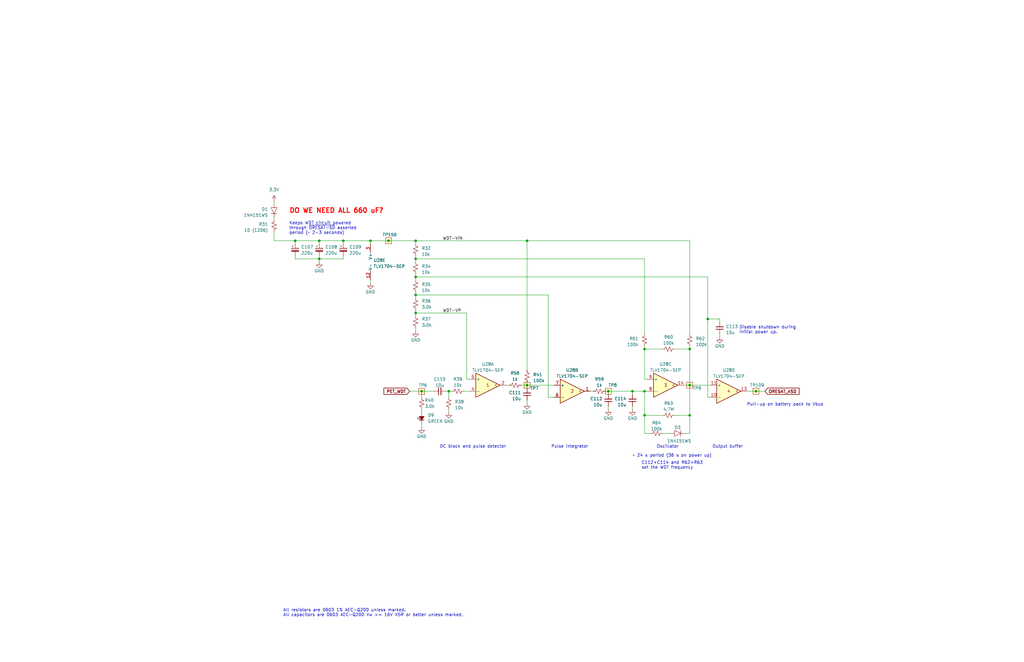
<source format=kicad_sch>
(kicad_sch (version 20230121) (generator eeschema)
  (paper "B")
  (title_block (title "OreSat C3: Watchdog Circuit") (date "2023-05-29") (rev "6.1"))
  (lib_symbols
    (symbol "Device:C_Polarized_Small" (pin_numbers hide) (pin_names (offset 0.254) hide)
      (property "Reference" "C" (at 0.254 1.778 0))
      (property "Value" "C_Polarized_Small" (at 0.254 -2.032 0))
      (symbol "C_Polarized_Small_0_1"
        (rectangle (start -1.524 -0.3048) (end 1.524 -0.6858) (fill (type outline)))
        (rectangle (start -1.524 0.6858) (end 1.524 0.3048))
        (polyline (pts (xy -1.27 1.524) (xy -0.762 1.524)))
        (polyline (pts (xy -1.016 1.27) (xy -1.016 1.778)))
      )
      (symbol "C_Polarized_Small_1_1"
        (pin passive line (at 0 2.54 270) (length 1.8542) (name "~") (number "1"))
        (pin passive line (at 0 -2.54 90) (length 1.8542) (name "~") (number "2"))
      )
    )
    (symbol "Device:C_Small" (pin_numbers hide) (pin_names (offset 0.254) hide)
      (property "Reference" "C" (at 0.254 1.778 0))
      (property "Value" "C_Small" (at 0.254 -2.032 0))
      (symbol "C_Small_0_1"
        (polyline (pts (xy -1.524 -0.508) (xy 1.524 -0.508)) (stroke (width 0.3302)))
        (polyline (pts (xy -1.524 0.508) (xy 1.524 0.508)) (stroke (width 0.3048)))
      )
      (symbol "C_Small_1_1"
        (pin passive line (at 0 2.54 270) (length 2.032) (name "~") (number "1"))
        (pin passive line (at 0 -2.54 90) (length 2.032) (name "~") (number "2"))
      )
    )
    (symbol "Device:LED_Small_Filled" (pin_numbers hide) (pin_names (offset 0.254) hide)
      (property "Reference" "D" (at -1.27 3.175 0))
      (property "Value" "LED_Small_Filled" (at -4.445 -2.54 0))
      (symbol "LED_Small_Filled_0_1"
        (polyline (pts (xy -0.762 -1.016) (xy -0.762 1.016)) (stroke (width 0.254)))
        (polyline (pts (xy 1.016 0) (xy -0.762 0)))
        (polyline (pts (xy 0.762 -1.016) (xy -0.762 0) (xy 0.762 1.016) (xy 0.762 -1.016)) (stroke (width 0.254)) (fill (type outline)))
        (polyline (pts (xy 0 0.762) (xy -0.508 1.27) (xy -0.254 1.27) (xy -0.508 1.27) (xy -0.508 1.016)))
        (polyline (pts (xy 0.508 1.27) (xy 0 1.778) (xy 0.254 1.778) (xy 0 1.778) (xy 0 1.524)))
      )
      (symbol "LED_Small_Filled_1_1"
        (pin passive line (at -2.54 0 0) (length 1.778) (name "K") (number "1"))
        (pin passive line (at 2.54 0 180) (length 1.778) (name "A") (number "2"))
      )
    )
    (symbol "Device:R_Small_US" (pin_numbers hide) (pin_names (offset 0.254) hide)
      (property "Reference" "R" (at 0.762 0.508 0))
      (property "Value" "R_Small_US" (at 0.762 -1.016 0))
      (symbol "R_Small_US_1_1"
        (polyline (pts (xy 0 0) (xy 1.016 -0.381) (xy 0 -0.762) (xy -1.016 -1.143) (xy 0 -1.524)))
        (polyline (pts (xy 0 1.524) (xy 1.016 1.143) (xy 0 0.762) (xy -1.016 0.381) (xy 0 0)))
        (pin passive line (at 0 2.54 270) (length 1.016) (name "~") (number "1"))
        (pin passive line (at 0 -2.54 90) (length 1.016) (name "~") (number "2"))
      )
    )
    (symbol "TLV1704AIPWR_1" (pin_names (offset 0.127))
      (property "Reference" "U" (at 0 5.08 0))
      (property "Value" "TLV1704AIPWR" (at 0 -5.08 0))
      (symbol "TLV1704AIPWR_1_1_1"
        (polyline (pts (xy 3.048 0) (xy 3.81 -0.635)))
        (polyline (pts (xy 3.81 0.635) (xy 3.048 0)))
        (polyline (pts (xy -5.08 5.08) (xy 5.08 0) (xy -5.08 -5.08) (xy -5.08 5.08)) (stroke (width 0.254)) (fill (type background)))
        (text "1" (at 0 0 0) (effects (font (size 1.27 1.27))))
        (pin open_collector line (at 7.62 0 180) (length 2.54) (name "~") (number "2"))
        (pin input line (at -7.62 -2.54 0) (length 2.54) (name "-") (number "4"))
        (pin input line (at -7.62 2.54 0) (length 2.54) (name "+") (number "5"))
      )
      (symbol "TLV1704AIPWR_1_2_1"
        (polyline (pts (xy 3.048 0) (xy 3.81 -0.635)))
        (polyline (pts (xy 3.81 0.635) (xy 3.048 0)))
        (polyline (pts (xy -5.08 5.08) (xy 5.08 0) (xy -5.08 -5.08) (xy -5.08 5.08)) (stroke (width 0.254)) (fill (type background)))
        (text "2" (at 0 0 0) (effects (font (size 1.27 1.27))))
        (pin open_collector line (at 7.62 0 180) (length 2.54) (name "~") (number "1"))
        (pin input line (at -7.62 -2.54 0) (length 2.54) (name "-") (number "6"))
        (pin input line (at -7.62 2.54 0) (length 2.54) (name "+") (number "7"))
      )
      (symbol "TLV1704AIPWR_1_3_1"
        (polyline (pts (xy 3.048 0) (xy 3.81 -0.635)))
        (polyline (pts (xy 3.81 0.635) (xy 3.048 0)))
        (polyline (pts (xy -5.08 5.08) (xy 5.08 0) (xy -5.08 -5.08) (xy -5.08 5.08)) (stroke (width 0.254)) (fill (type background)))
        (text "3" (at 0 0 0) (effects (font (size 1.27 1.27))))
        (pin open_collector line (at 7.62 0 180) (length 2.54) (name "~") (number "14"))
        (pin input line (at -7.62 -2.54 0) (length 2.54) (name "-") (number "8"))
        (pin input line (at -7.62 2.54 0) (length 2.54) (name "+") (number "9"))
      )
      (symbol "TLV1704AIPWR_1_4_1"
        (polyline (pts (xy 3.048 0) (xy 3.81 -0.635)))
        (polyline (pts (xy 3.81 0.635) (xy 3.048 0)))
        (polyline (pts (xy -5.08 5.08) (xy 5.08 0) (xy -5.08 -5.08) (xy -5.08 5.08)) (stroke (width 0.254)) (fill (type background)))
        (text "4" (at 0 0 0) (effects (font (size 1.27 1.27))))
        (pin input line (at -7.62 -2.54 0) (length 2.54) (name "-") (number "10"))
        (pin input line (at -7.62 2.54 0) (length 2.54) (name "+") (number "11"))
        (pin open_collector line (at 7.62 0 180) (length 2.54) (name "~") (number "13"))
      )
      (symbol "TLV1704AIPWR_1_5_1"
        (pin power_in line (at -2.54 -7.62 90) (length 3.81) (name "V-") (number "12"))
        (pin power_in line (at -2.54 7.62 270) (length 3.81) (name "V+") (number "3"))
      )
    )
    (symbol "TLV1704AIPWR_2" (pin_names (offset 0.127))
      (property "Reference" "U" (at 0 5.08 0))
      (property "Value" "TLV1704AIPWR" (at 0 -5.08 0))
      (symbol "TLV1704AIPWR_2_1_1"
        (polyline (pts (xy 3.048 0) (xy 3.81 -0.635)))
        (polyline (pts (xy 3.81 0.635) (xy 3.048 0)))
        (polyline (pts (xy -5.08 5.08) (xy 5.08 0) (xy -5.08 -5.08) (xy -5.08 5.08)) (stroke (width 0.254)) (fill (type background)))
        (text "1" (at 0 0 0) (effects (font (size 1.27 1.27))))
        (pin open_collector line (at 7.62 0 180) (length 2.54) (name "~") (number "2"))
        (pin input line (at -7.62 -2.54 0) (length 2.54) (name "-") (number "4"))
        (pin input line (at -7.62 2.54 0) (length 2.54) (name "+") (number "5"))
      )
      (symbol "TLV1704AIPWR_2_2_1"
        (polyline (pts (xy 3.048 0) (xy 3.81 -0.635)))
        (polyline (pts (xy 3.81 0.635) (xy 3.048 0)))
        (polyline (pts (xy -5.08 5.08) (xy 5.08 0) (xy -5.08 -5.08) (xy -5.08 5.08)) (stroke (width 0.254)) (fill (type background)))
        (text "2" (at 0 0 0) (effects (font (size 1.27 1.27))))
        (pin open_collector line (at 7.62 0 180) (length 2.54) (name "~") (number "1"))
        (pin input line (at -7.62 -2.54 0) (length 2.54) (name "-") (number "6"))
        (pin input line (at -7.62 2.54 0) (length 2.54) (name "+") (number "7"))
      )
      (symbol "TLV1704AIPWR_2_3_1"
        (polyline (pts (xy 3.048 0) (xy 3.81 -0.635)))
        (polyline (pts (xy 3.81 0.635) (xy 3.048 0)))
        (polyline (pts (xy -5.08 5.08) (xy 5.08 0) (xy -5.08 -5.08) (xy -5.08 5.08)) (stroke (width 0.254)) (fill (type background)))
        (text "3" (at 0 0 0) (effects (font (size 1.27 1.27))))
        (pin open_collector line (at 7.62 0 180) (length 2.54) (name "~") (number "14"))
        (pin input line (at -7.62 -2.54 0) (length 2.54) (name "-") (number "8"))
        (pin input line (at -7.62 2.54 0) (length 2.54) (name "+") (number "9"))
      )
      (symbol "TLV1704AIPWR_2_4_1"
        (polyline (pts (xy 3.048 0) (xy 3.81 -0.635)))
        (polyline (pts (xy 3.81 0.635) (xy 3.048 0)))
        (polyline (pts (xy -5.08 5.08) (xy 5.08 0) (xy -5.08 -5.08) (xy -5.08 5.08)) (stroke (width 0.254)) (fill (type background)))
        (text "4" (at 0 0 0) (effects (font (size 1.27 1.27))))
        (pin input line (at -7.62 -2.54 0) (length 2.54) (name "-") (number "10"))
        (pin input line (at -7.62 2.54 0) (length 2.54) (name "+") (number "11"))
        (pin open_collector line (at 7.62 0 180) (length 2.54) (name "~") (number "13"))
      )
      (symbol "TLV1704AIPWR_2_5_1"
        (pin power_in line (at -2.54 -7.62 90) (length 3.81) (name "V-") (number "12"))
        (pin power_in line (at -2.54 7.62 270) (length 3.81) (name "V+") (number "3"))
      )
    )
    (symbol "TLV1704AIPWR_3" (pin_names (offset 0.127))
      (property "Reference" "U" (at 0 5.08 0))
      (property "Value" "TLV1704AIPWR" (at 0 -5.08 0))
      (symbol "TLV1704AIPWR_3_1_1"
        (polyline (pts (xy 3.048 0) (xy 3.81 -0.635)))
        (polyline (pts (xy 3.81 0.635) (xy 3.048 0)))
        (polyline (pts (xy -5.08 5.08) (xy 5.08 0) (xy -5.08 -5.08) (xy -5.08 5.08)) (stroke (width 0.254)) (fill (type background)))
        (text "1" (at 0 0 0) (effects (font (size 1.27 1.27))))
        (pin open_collector line (at 7.62 0 180) (length 2.54) (name "~") (number "2"))
        (pin input line (at -7.62 -2.54 0) (length 2.54) (name "-") (number "4"))
        (pin input line (at -7.62 2.54 0) (length 2.54) (name "+") (number "5"))
      )
      (symbol "TLV1704AIPWR_3_2_1"
        (polyline (pts (xy 3.048 0) (xy 3.81 -0.635)))
        (polyline (pts (xy 3.81 0.635) (xy 3.048 0)))
        (polyline (pts (xy -5.08 5.08) (xy 5.08 0) (xy -5.08 -5.08) (xy -5.08 5.08)) (stroke (width 0.254)) (fill (type background)))
        (text "2" (at 0 0 0) (effects (font (size 1.27 1.27))))
        (pin open_collector line (at 7.62 0 180) (length 2.54) (name "~") (number "1"))
        (pin input line (at -7.62 -2.54 0) (length 2.54) (name "-") (number "6"))
        (pin input line (at -7.62 2.54 0) (length 2.54) (name "+") (number "7"))
      )
      (symbol "TLV1704AIPWR_3_3_1"
        (polyline (pts (xy 3.048 0) (xy 3.81 -0.635)))
        (polyline (pts (xy 3.81 0.635) (xy 3.048 0)))
        (polyline (pts (xy -5.08 5.08) (xy 5.08 0) (xy -5.08 -5.08) (xy -5.08 5.08)) (stroke (width 0.254)) (fill (type background)))
        (text "3" (at 0 0 0) (effects (font (size 1.27 1.27))))
        (pin open_collector line (at 7.62 0 180) (length 2.54) (name "~") (number "14"))
        (pin input line (at -7.62 -2.54 0) (length 2.54) (name "-") (number "8"))
        (pin input line (at -7.62 2.54 0) (length 2.54) (name "+") (number "9"))
      )
      (symbol "TLV1704AIPWR_3_4_1"
        (polyline (pts (xy 3.048 0) (xy 3.81 -0.635)))
        (polyline (pts (xy 3.81 0.635) (xy 3.048 0)))
        (polyline (pts (xy -5.08 5.08) (xy 5.08 0) (xy -5.08 -5.08) (xy -5.08 5.08)) (stroke (width 0.254)) (fill (type background)))
        (text "4" (at 0 0 0) (effects (font (size 1.27 1.27))))
        (pin input line (at -7.62 -2.54 0) (length 2.54) (name "-") (number "10"))
        (pin input line (at -7.62 2.54 0) (length 2.54) (name "+") (number "11"))
        (pin open_collector line (at 7.62 0 180) (length 2.54) (name "~") (number "13"))
      )
      (symbol "TLV1704AIPWR_3_5_1"
        (pin power_in line (at -2.54 -7.62 90) (length 3.81) (name "V-") (number "12"))
        (pin power_in line (at -2.54 7.62 270) (length 3.81) (name "V+") (number "3"))
      )
    )
    (symbol "TLV1704AIPWR_4" (pin_names (offset 0.127))
      (property "Reference" "U" (at 0 5.08 0))
      (property "Value" "TLV1704AIPWR" (at 0 -5.08 0))
      (symbol "TLV1704AIPWR_4_1_1"
        (polyline (pts (xy 3.048 0) (xy 3.81 -0.635)))
        (polyline (pts (xy 3.81 0.635) (xy 3.048 0)))
        (polyline (pts (xy -5.08 5.08) (xy 5.08 0) (xy -5.08 -5.08) (xy -5.08 5.08)) (stroke (width 0.254)) (fill (type background)))
        (text "1" (at 0 0 0) (effects (font (size 1.27 1.27))))
        (pin open_collector line (at 7.62 0 180) (length 2.54) (name "~") (number "2"))
        (pin input line (at -7.62 -2.54 0) (length 2.54) (name "-") (number "4"))
        (pin input line (at -7.62 2.54 0) (length 2.54) (name "+") (number "5"))
      )
      (symbol "TLV1704AIPWR_4_2_1"
        (polyline (pts (xy 3.048 0) (xy 3.81 -0.635)))
        (polyline (pts (xy 3.81 0.635) (xy 3.048 0)))
        (polyline (pts (xy -5.08 5.08) (xy 5.08 0) (xy -5.08 -5.08) (xy -5.08 5.08)) (stroke (width 0.254)) (fill (type background)))
        (text "2" (at 0 0 0) (effects (font (size 1.27 1.27))))
        (pin open_collector line (at 7.62 0 180) (length 2.54) (name "~") (number "1"))
        (pin input line (at -7.62 -2.54 0) (length 2.54) (name "-") (number "6"))
        (pin input line (at -7.62 2.54 0) (length 2.54) (name "+") (number "7"))
      )
      (symbol "TLV1704AIPWR_4_3_1"
        (polyline (pts (xy 3.048 0) (xy 3.81 -0.635)))
        (polyline (pts (xy 3.81 0.635) (xy 3.048 0)))
        (polyline (pts (xy -5.08 5.08) (xy 5.08 0) (xy -5.08 -5.08) (xy -5.08 5.08)) (stroke (width 0.254)) (fill (type background)))
        (text "3" (at 0 0 0) (effects (font (size 1.27 1.27))))
        (pin open_collector line (at 7.62 0 180) (length 2.54) (name "~") (number "14"))
        (pin input line (at -7.62 -2.54 0) (length 2.54) (name "-") (number "8"))
        (pin input line (at -7.62 2.54 0) (length 2.54) (name "+") (number "9"))
      )
      (symbol "TLV1704AIPWR_4_4_1"
        (polyline (pts (xy 3.048 0) (xy 3.81 -0.635)))
        (polyline (pts (xy 3.81 0.635) (xy 3.048 0)))
        (polyline (pts (xy -5.08 5.08) (xy 5.08 0) (xy -5.08 -5.08) (xy -5.08 5.08)) (stroke (width 0.254)) (fill (type background)))
        (text "4" (at 0 0 0) (effects (font (size 1.27 1.27))))
        (pin input line (at -7.62 -2.54 0) (length 2.54) (name "-") (number "10"))
        (pin input line (at -7.62 2.54 0) (length 2.54) (name "+") (number "11"))
        (pin open_collector line (at 7.62 0 180) (length 2.54) (name "~") (number "13"))
      )
      (symbol "TLV1704AIPWR_4_5_1"
        (pin power_in line (at -2.54 -7.62 90) (length 3.81) (name "V-") (number "12"))
        (pin power_in line (at -2.54 7.62 270) (length 3.81) (name "V+") (number "3"))
      )
    )
    (symbol "oresat-diodes:1N4151WS-HE3" (pin_numbers hide) (pin_names (offset 0) hide)
      (property "Reference" "D" (at 0 2.54 0))
      (property "Value" "1N4151WS" (at 0 -2.54 0))
      (symbol "1N4151WS-HE3_0_1"
        (polyline (pts (xy 1.27 0) (xy 1.27 1.27) (xy 1.27 -1.27) (xy 1.27 0) (xy -1.27 1.27) (xy -1.27 -1.27) (xy 1.27 0)))
      )
      (symbol "1N4151WS-HE3_1_1"
        (pin passive line (at 2.54 0 180) (length 1.27) (name "1") (number "1"))
        (pin passive line (at -2.54 0 0) (length 1.27) (name "2") (number "2"))
      )
    )
    (symbol "oresat-ics:TLV1704AIPWR" (pin_names (offset 0.127))
      (property "Reference" "U" (at 0 5.08 0))
      (property "Value" "TLV1704AIPWR" (at 0 -5.08 0))
      (symbol "TLV1704AIPWR_1_1"
        (polyline (pts (xy 3.048 0) (xy 3.81 -0.635)))
        (polyline (pts (xy 3.81 0.635) (xy 3.048 0)))
        (polyline (pts (xy -5.08 5.08) (xy 5.08 0) (xy -5.08 -5.08) (xy -5.08 5.08)) (stroke (width 0.254)) (fill (type background)))
        (text "1" (at 0 0 0) (effects (font (size 1.27 1.27))))
        (pin open_collector line (at 7.62 0 180) (length 2.54) (name "~") (number "2"))
        (pin input line (at -7.62 -2.54 0) (length 2.54) (name "-") (number "4"))
        (pin input line (at -7.62 2.54 0) (length 2.54) (name "+") (number "5"))
      )
      (symbol "TLV1704AIPWR_2_1"
        (polyline (pts (xy 3.048 0) (xy 3.81 -0.635)))
        (polyline (pts (xy 3.81 0.635) (xy 3.048 0)))
        (polyline (pts (xy -5.08 5.08) (xy 5.08 0) (xy -5.08 -5.08) (xy -5.08 5.08)) (stroke (width 0.254)) (fill (type background)))
        (text "2" (at 0 0 0) (effects (font (size 1.27 1.27))))
        (pin open_collector line (at 7.62 0 180) (length 2.54) (name "~") (number "1"))
        (pin input line (at -7.62 -2.54 0) (length 2.54) (name "-") (number "6"))
        (pin input line (at -7.62 2.54 0) (length 2.54) (name "+") (number "7"))
      )
      (symbol "TLV1704AIPWR_3_1"
        (polyline (pts (xy 3.048 0) (xy 3.81 -0.635)))
        (polyline (pts (xy 3.81 0.635) (xy 3.048 0)))
        (polyline (pts (xy -5.08 5.08) (xy 5.08 0) (xy -5.08 -5.08) (xy -5.08 5.08)) (stroke (width 0.254)) (fill (type background)))
        (text "3" (at 0 0 0) (effects (font (size 1.27 1.27))))
        (pin open_collector line (at 7.62 0 180) (length 2.54) (name "~") (number "14"))
        (pin input line (at -7.62 -2.54 0) (length 2.54) (name "-") (number "8"))
        (pin input line (at -7.62 2.54 0) (length 2.54) (name "+") (number "9"))
      )
      (symbol "TLV1704AIPWR_4_1"
        (polyline (pts (xy 3.048 0) (xy 3.81 -0.635)))
        (polyline (pts (xy 3.81 0.635) (xy 3.048 0)))
        (polyline (pts (xy -5.08 5.08) (xy 5.08 0) (xy -5.08 -5.08) (xy -5.08 5.08)) (stroke (width 0.254)) (fill (type background)))
        (text "4" (at 0 0 0) (effects (font (size 1.27 1.27))))
        (pin input line (at -7.62 -2.54 0) (length 2.54) (name "-") (number "10"))
        (pin input line (at -7.62 2.54 0) (length 2.54) (name "+") (number "11"))
        (pin open_collector line (at 7.62 0 180) (length 2.54) (name "~") (number "13"))
      )
      (symbol "TLV1704AIPWR_5_1"
        (pin power_in line (at -2.54 -7.62 90) (length 3.81) (name "V-") (number "12"))
        (pin power_in line (at -2.54 7.62 270) (length 3.81) (name "V+") (number "3"))
      )
    )
    (symbol "oresat-misc:Test-Point-0.75mm-th"
      (property "Reference" "TP" (at 0 2.54 0))
      (symbol "Test-Point-0.75mm-th_1_0"
        (pin passive line (at 0 0 0) (length 0) (name "1") (number "1"))
      )
      (symbol "Test-Point-0.75mm-th_1_1"
        (rectangle (start -1.27 1.27) (end 1.27 -1.27) (fill (type background)))
      )
    )
    (symbol "oresat-power:3.3V" (power) (pin_names (offset 0))
      (property "Value" "3.3V" (at 0 3.556 0))
      (symbol "3.3V_0_1"
        (polyline (pts (xy -0.762 1.27) (xy 0 2.54)))
        (polyline (pts (xy 0 0) (xy 0 2.54)))
        (polyline (pts (xy 0 2.54) (xy 0.762 1.27)))
      )
      (symbol "3.3V_1_1"
        (pin power_in line (at 0 0 90) (length 0) hide (name "3.3V") (number "1"))
      )
    )
    (symbol "power:GND" (power) (pin_names (offset 0))
      (property "Value" "GND" (at 0 -3.81 0))
      (symbol "GND_0_1"
        (polyline (pts (xy 0 0) (xy 0 -1.27) (xy 1.27 -1.27) (xy 0 -2.54) (xy -1.27 -1.27) (xy 0 -1.27)))
      )
      (symbol "GND_1_1"
        (pin power_in line (at 0 0 270) (length 0) hide (name "GND") (number "1"))
      )
    )
  )
  (junction (at 134.62 109.22))
  (junction (at 256.54 165.1))
  (junction (at 271.78 175.26))
  (junction (at 175.26 109.22))
  (junction (at 175.26 101.6))
  (junction (at 222.25 101.6))
  (junction (at 189.23 165.1))
  (junction (at 134.62 101.6))
  (junction (at 156.21 101.6))
  (junction (at 175.26 124.46))
  (junction (at 290.83 175.26))
  (junction (at 144.78 101.6))
  (junction (at 163.83 101.6))
  (junction (at 318.77 165.1))
  (junction (at 298.45 134.62))
  (junction (at 271.78 147.32))
  (junction (at 175.26 132.08))
  (junction (at 290.83 162.56))
  (junction (at 177.8 165.1))
  (junction (at 266.7 165.1))
  (junction (at 175.26 116.84))
  (junction (at 271.78 165.1))
  (junction (at 290.83 147.32))
  (junction (at 222.25 162.56))
  (junction (at 124.46 101.6))
  (wire (pts (xy 175.26 102.87) (xy 175.26 101.6)))
  (wire (pts (xy 175.26 115.57) (xy 175.26 116.84)))
  (wire (pts (xy 187.96 165.1) (xy 189.23 165.1)))
  (wire (pts (xy 298.45 134.62) (xy 303.53 134.62)))
  (wire (pts (xy 222.25 101.6) (xy 290.83 101.6)))
  (wire (pts (xy 222.25 101.6) (xy 222.25 156.21)))
  (wire (pts (xy 175.26 109.22) (xy 175.26 110.49)))
  (wire (pts (xy 175.26 132.08) (xy 196.85 132.08)))
  (wire (pts (xy 290.83 146.05) (xy 290.83 147.32)))
  (wire (pts (xy 134.62 109.22) (xy 134.62 110.49)))
  (wire (pts (xy 134.62 109.22) (xy 124.46 109.22)))
  (wire (pts (xy 284.48 175.26) (xy 290.83 175.26)))
  (wire (pts (xy 256.54 165.1) (xy 256.54 166.37)))
  (wire (pts (xy 177.8 180.34) (xy 177.8 179.07)))
  (wire (pts (xy 175.26 124.46) (xy 175.26 125.73)))
  (wire (pts (xy 177.8 167.64) (xy 177.8 165.1)))
  (wire (pts (xy 124.46 107.95) (xy 124.46 109.22)))
  (wire (pts (xy 219.71 162.56) (xy 222.25 162.56)))
  (wire (pts (xy 256.54 165.1) (xy 266.7 165.1)))
  (wire (pts (xy 303.53 135.89) (xy 303.53 134.62)))
  (wire (pts (xy 134.62 107.95) (xy 134.62 109.22)))
  (wire (pts (xy 266.7 166.37) (xy 266.7 165.1)))
  (wire (pts (xy 271.78 182.88) (xy 274.32 182.88)))
  (wire (pts (xy 115.57 97.79) (xy 115.57 101.6)))
  (wire (pts (xy 175.26 132.08) (xy 175.26 133.35)))
  (wire (pts (xy 288.29 162.56) (xy 290.83 162.56)))
  (wire (pts (xy 115.57 101.6) (xy 124.46 101.6)))
  (wire (pts (xy 177.8 165.1) (xy 182.88 165.1)))
  (wire (pts (xy 298.45 134.62) (xy 298.45 167.64)))
  (wire (pts (xy 255.27 165.1) (xy 256.54 165.1)))
  (wire (pts (xy 196.85 160.02) (xy 198.12 160.02)))
  (wire (pts (xy 273.05 160.02) (xy 271.78 160.02)))
  (wire (pts (xy 222.25 162.56) (xy 233.68 162.56)))
  (wire (pts (xy 124.46 101.6) (xy 134.62 101.6)))
  (wire (pts (xy 271.78 146.05) (xy 271.78 147.32)))
  (wire (pts (xy 256.54 172.72) (xy 256.54 171.45)))
  (wire (pts (xy 175.26 107.95) (xy 175.26 109.22)))
  (wire (pts (xy 124.46 101.6) (xy 124.46 102.87)))
  (wire (pts (xy 271.78 182.88) (xy 271.78 175.26)))
  (wire (pts (xy 290.83 182.88) (xy 290.83 175.26)))
  (wire (pts (xy 222.25 162.56) (xy 222.25 163.83)))
  (wire (pts (xy 172.72 165.1) (xy 177.8 165.1)))
  (wire (pts (xy 156.21 101.6) (xy 163.83 101.6)))
  (wire (pts (xy 175.26 138.43) (xy 175.26 139.7)))
  (wire (pts (xy 298.45 167.64) (xy 299.72 167.64)))
  (wire (pts (xy 271.78 140.97) (xy 271.78 109.22)))
  (wire (pts (xy 266.7 172.72) (xy 266.7 171.45)))
  (wire (pts (xy 134.62 101.6) (xy 144.78 101.6)))
  (wire (pts (xy 175.26 124.46) (xy 231.14 124.46)))
  (wire (pts (xy 163.83 101.6) (xy 175.26 101.6)))
  (wire (pts (xy 231.14 167.64) (xy 233.68 167.64)))
  (wire (pts (xy 290.83 140.97) (xy 290.83 101.6)))
  (wire (pts (xy 298.45 116.84) (xy 298.45 134.62)))
  (wire (pts (xy 189.23 172.72) (xy 189.23 173.99)))
  (wire (pts (xy 231.14 124.46) (xy 231.14 167.64)))
  (wire (pts (xy 175.26 109.22) (xy 271.78 109.22)))
  (wire (pts (xy 222.25 101.6) (xy 175.26 101.6)))
  (wire (pts (xy 144.78 101.6) (xy 156.21 101.6)))
  (wire (pts (xy 290.83 162.56) (xy 299.72 162.56)))
  (wire (pts (xy 189.23 165.1) (xy 190.5 165.1)))
  (wire (pts (xy 195.58 165.1) (xy 198.12 165.1)))
  (wire (pts (xy 156.21 102.87) (xy 156.21 101.6)))
  (wire (pts (xy 222.25 162.56) (xy 222.25 161.29)))
  (wire (pts (xy 156.21 119.38) (xy 156.21 118.11)))
  (wire (pts (xy 144.78 102.87) (xy 144.78 101.6)))
  (wire (pts (xy 213.36 162.56) (xy 214.63 162.56)))
  (wire (pts (xy 266.7 165.1) (xy 271.78 165.1)))
  (wire (pts (xy 196.85 132.08) (xy 196.85 160.02)))
  (wire (pts (xy 248.92 165.1) (xy 250.19 165.1)))
  (wire (pts (xy 314.96 165.1) (xy 318.77 165.1)))
  (wire (pts (xy 271.78 147.32) (xy 279.4 147.32)))
  (wire (pts (xy 288.29 182.88) (xy 290.83 182.88)))
  (wire (pts (xy 175.26 130.81) (xy 175.26 132.08)))
  (wire (pts (xy 318.77 165.1) (xy 322.58 165.1)))
  (wire (pts (xy 271.78 165.1) (xy 273.05 165.1)))
  (wire (pts (xy 303.53 142.24) (xy 303.53 140.97)))
  (wire (pts (xy 290.83 175.26) (xy 290.83 162.56)))
  (wire (pts (xy 189.23 165.1) (xy 189.23 167.64)))
  (wire (pts (xy 115.57 85.09) (xy 115.57 86.36)))
  (wire (pts (xy 271.78 175.26) (xy 271.78 165.1)))
  (wire (pts (xy 115.57 91.44) (xy 115.57 92.71)))
  (wire (pts (xy 279.4 182.88) (xy 283.21 182.88)))
  (wire (pts (xy 175.26 116.84) (xy 175.26 118.11)))
  (wire (pts (xy 271.78 160.02) (xy 271.78 147.32)))
  (wire (pts (xy 175.26 123.19) (xy 175.26 124.46)))
  (wire (pts (xy 279.4 175.26) (xy 271.78 175.26)))
  (wire (pts (xy 290.83 147.32) (xy 290.83 162.56)))
  (wire (pts (xy 144.78 107.95) (xy 144.78 109.22)))
  (wire (pts (xy 284.48 147.32) (xy 290.83 147.32)))
  (wire (pts (xy 134.62 109.22) (xy 144.78 109.22)))
  (wire (pts (xy 177.8 172.72) (xy 177.8 173.99)))
  (wire (pts (xy 134.62 101.6) (xy 134.62 102.87)))
  (wire (pts (xy 222.25 170.18) (xy 222.25 168.91)))
  (wire (pts (xy 175.26 116.84) (xy 298.45 116.84)))
  (text "Pulse integrator" (at 232.41 189.23 0) (effects (font (size 1.27 1.27)) (justify left bottom)))
  (text "Oscillator" (at 276.86 189.23 0) (effects (font (size 1.27 1.27)) (justify left bottom)))
  (text "C112+C114 and R62+R63 \nset the WDT frequency" (at 270.51 198.12 0) (effects (font (size 1.27 1.27)) (justify left bottom)))
  (text "DC block and pulse detector" (at 185.42 189.23 0) (effects (font (size 1.27 1.27)) (justify left bottom)))
  (text "Output buffer" (at 300.355 189.23 0) (effects (font (size 1.27 1.27)) (justify left bottom)))
  (text "Pull-up on battery pack to Vbus" (at 314.96 171.45 0) (effects (font (size 1.27 1.27)) (justify left bottom)))
  (text "DO WE NEED ALL 660 uF?" (at 121.92 90.17 0) (effects (font (size 2 2) (thickness 0.4) bold) (justify left bottom)))
  (text "All resistors are 0603 1% AEC-Q200 unless marked.\nAll capacitors are 0603 AEC-Q200 Vw >= 16V X5R or better unless marked." (at 119.38 260.35 0) (effects (font (size 1.27 1.27)) (justify left bottom)))
  (text "Disable shutdown during\ninitial power up." (at 311.785 140.97 0) (effects (font (size 1.27 1.27)) (justify left bottom)))
  (text "Keeps WDT circuit powered\nthrough ~{ORESAT-SD} asserted\nperiod (~ 2-3 seconds)" (at 121.92 99.06 0) (effects (font (size 1.27 1.27)) (justify left bottom)))
  (text "~ 24 s period (36 s on power up)" (at 266.7 193.04 0) (effects (font (size 1.27 1.27)) (justify left bottom)))
  (label "WDT-VP" (at 186.69 132.08 0))
  (label "WDT-VIN" (at 186.69 101.6 0))
  (global_label "PET_WDT" (shape input) (at 172.72 165.1 180) (effects (font (thickness 0.254) bold)) (property "Intersheetrefs" "${INTERSHEET_REFS}" (at 161.3426 165.1 0) (effects (justify right))))
  (global_label "ORESAT_nSD" (shape input) (at 322.58 165.1 0) (effects (font (thickness 0.254) bold)) (property "Intersheetrefs" "${INTERSHEET_REFS}" (at 337.5255 165.1 0) (effects (justify left))))
  (symbol (lib_id "power:GND") (at 177.8 180.34 0) (unit 1)
    (property "Reference" "#PWR0264" (effects hide))
    (property "Value" "GND" (at 177.8 184.15 0))
  )
  (symbol (lib_id "Device:R_Small_US") (at 276.86 182.88 270) (unit 1)
    (property "Reference" "R64" (at 276.86 178.435 90))
    (property "Value" "100k" (at 276.86 180.975 90))
    (property "Footprint" "Resistor_SMD:R_0603_1608Metric" (effects hide))
  )
  (symbol (lib_id "Device:R_Small_US") (at 175.26 120.65 0) (unit 1)
    (property "Reference" "R35" (at 177.8 120.015 0) (effects (justify left)))
    (property "Value" "10k" (at 177.8 122.555 0) (effects (justify left)))
    (property "Footprint" "Resistor_SMD:R_0603_1608Metric" (effects hide))
  )
  (symbol (lib_name "TLV1704AIPWR_2") (lib_id "oresat-ics:TLV1704AIPWR") (at 280.67 162.56 0) (unit 3)
    (property "Reference" "U28" (at 280.67 153.67 0))
    (property "Value" "TLV1704-SEP" (at 280.67 156.21 0))
    (property "Footprint" "Package_SO:TSSOP-14_4.4x5mm_P0.65mm" (effects hide))
    (property "Datasheet" "https://www.ti.com/lit/ds/symlink/tlv1704-sep.pdf" (effects hide))
  )
  (symbol (lib_id "Device:R_Small_US") (at 217.17 162.56 90) (unit 1)
    (property "Reference" "R58" (at 217.17 157.48 90))
    (property "Value" "1k" (at 217.17 160.02 90))
    (property "Footprint" "Resistor_SMD:R_0603_1608Metric" (effects hide))
  )
  (symbol (lib_id "power:GND") (at 134.62 110.49 0) (unit 1)
    (property "Reference" "#PWR0267" (effects hide))
    (property "Value" "GND" (at 134.62 114.3 0))
  )
  (symbol (lib_id "Device:R_Small_US") (at 175.26 128.27 0) (unit 1)
    (property "Reference" "R36" (at 177.8 127 0) (effects (justify left)))
    (property "Value" "3.0k" (at 177.8 129.54 0) (effects (justify left)))
    (property "Footprint" "Resistor_SMD:R_0603_1608Metric" (effects hide))
  )
  (symbol (lib_id "power:GND") (at 189.23 173.99 0) (unit 1)
    (property "Reference" "#PWR0269" (effects hide))
    (property "Value" "GND" (at 189.23 177.8 0))
  )
  (symbol (lib_id "power:GND") (at 156.21 119.38 0) (mirror y) (unit 1)
    (property "Reference" "#PWR0263" (effects hide))
    (property "Value" "GND" (at 156.21 123.19 0))
  )
  (symbol (lib_id "Device:R_Small_US") (at 281.94 175.26 270) (unit 1)
    (property "Reference" "R63" (at 281.94 170.18 90))
    (property "Value" "4.7M" (at 281.94 172.72 90))
    (property "Footprint" "Resistor_SMD:R_0603_1608Metric" (effects hide))
  )
  (symbol (lib_id "power:GND") (at 175.26 139.7 0) (unit 1)
    (property "Reference" "#PWR0265" (effects hide))
    (property "Value" "GND" (at 175.26 143.51 0))
  )
  (symbol (lib_id "oresat-misc:Test-Point-0.75mm-th") (at 318.77 165.1 0) (unit 1)
    (property "Reference" "TP109" (at 316.23 162.56 0) (effects (justify left)))
    (property "Value" "TestPoint-MinTH" (effects hide))
    (property "Footprint" "oresat-misc:TestPoint-0.75mm-th" (effects hide))
  )
  (symbol (lib_name "TLV1704AIPWR_4") (lib_id "oresat-ics:TLV1704AIPWR") (at 241.3 165.1 0) (unit 2)
    (property "Reference" "U28" (at 241.3 156.21 0))
    (property "Value" "TLV1704-SEP" (at 241.3 158.75 0))
    (property "Footprint" "Package_SO:TSSOP-14_4.4x5mm_P0.65mm" (effects hide))
    (property "Datasheet" "https://www.ti.com/lit/ds/symlink/tlv1704-sep.pdf" (effects hide))
  )
  (symbol (lib_id "Device:R_Small_US") (at 222.25 158.75 0) (unit 1)
    (property "Reference" "R41" (at 224.79 158.115 0) (effects (justify left)))
    (property "Value" "100k" (at 224.79 160.655 0) (effects (justify left)))
    (property "Footprint" "Resistor_SMD:R_0603_1608Metric" (effects hide))
  )
  (symbol (lib_id "oresat-misc:Test-Point-0.75mm-th") (at 290.83 162.56 0) (unit 1)
    (property "Reference" "TP9" (at 292.1 163.83 0) (effects (justify left)))
    (property "Value" "TestPoint-MinTH" (effects hide))
    (property "Footprint" "oresat-misc:TestPoint-0.75mm-th" (effects hide))
  )
  (symbol (lib_id "Device:C_Small") (at 303.53 138.43 180) (unit 1)
    (property "Reference" "C113" (at 306.07 137.7886 0) (effects (justify right)))
    (property "Value" "10u" (at 306.07 140.3286 0) (effects (justify right)))
    (property "Footprint" "Capacitor_SMD:C_0603_1608Metric" (effects hide))
  )
  (symbol (lib_id "Device:R_Small_US") (at 193.04 165.1 90) (unit 1)
    (property "Reference" "R39" (at 193.04 160.02 90))
    (property "Value" "10k" (at 193.04 162.56 90))
    (property "Footprint" "Resistor_SMD:R_0603_1608Metric" (effects hide))
  )
  (symbol (lib_id "oresat-diodes:1N4151WS-HE3") (at 115.57 88.9 90) (mirror x) (unit 1)
    (property "Reference" "D1" (at 113.03 88.265 90) (effects (justify left)))
    (property "Value" "1N4151WS" (at 113.03 90.805 90) (effects (justify left)))
    (property "Footprint" "Diode_SMD:D_SOD-323" (effects hide))
    (property "Datasheet" "https://www.vishay.com/docs/85847/1n4151ws.pdf" (effects hide))
  )
  (symbol (lib_id "Device:C_Polarized_Small") (at 144.78 105.41 0) (unit 1)
    (property "Reference" "C109" (at 147.32 104.2289 0) (effects (justify left)))
    (property "Value" "220u" (at 147.32 106.7689 0) (effects (justify left)))
    (property "Footprint" "Capacitor_Tantalum_SMD:CP_EIA-7343-31_Kemet-D" (effects hide))
  )
  (symbol (lib_id "oresat-diodes:1N4151WS-HE3") (at 285.75 182.88 0) (unit 1)
    (property "Reference" "D3" (at 285.75 180.34 0))
    (property "Value" "1N4151WS" (at 286.385 186.055 0))
    (property "Footprint" "Diode_SMD:D_SOD-323" (effects hide))
    (property "Datasheet" "https://www.vishay.com/docs/85847/1n4151ws.pdf" (effects hide))
  )
  (symbol (lib_id "Device:C_Polarized_Small") (at 124.46 105.41 0) (unit 1)
    (property "Reference" "C107" (at 127 104.2289 0) (effects (justify left)))
    (property "Value" "220u" (at 127 106.7689 0) (effects (justify left)))
    (property "Footprint" "Capacitor_Tantalum_SMD:CP_EIA-7343-31_Kemet-D" (effects hide))
  )
  (symbol (lib_id "Device:R_Small_US") (at 252.73 165.1 90) (unit 1)
    (property "Reference" "R59" (at 252.73 160.02 90))
    (property "Value" "1k" (at 252.73 162.56 90))
    (property "Footprint" "Resistor_SMD:R_0603_1608Metric" (effects hide))
  )
  (symbol (lib_id "Device:C_Small") (at 222.25 166.37 0) (mirror x) (unit 1)
    (property "Reference" "C111" (at 219.71 165.7286 0) (effects (justify right)))
    (property "Value" "10u" (at 219.71 168.2686 0) (effects (justify right)))
    (property "Footprint" "Capacitor_SMD:C_0603_1608Metric" (effects hide))
  )
  (symbol (lib_id "Device:R_Small_US") (at 175.26 113.03 0) (unit 1)
    (property "Reference" "R34" (at 177.8 112.395 0) (effects (justify left)))
    (property "Value" "10k" (at 177.8 114.935 0) (effects (justify left)))
    (property "Footprint" "Resistor_SMD:R_0603_1608Metric" (effects hide))
  )
  (symbol (lib_id "Device:R_Small_US") (at 175.26 105.41 0) (unit 1)
    (property "Reference" "R32" (at 177.8 104.775 0) (effects (justify left)))
    (property "Value" "10k" (at 177.8 107.315 0) (effects (justify left)))
    (property "Footprint" "Resistor_SMD:R_0603_1608Metric" (effects hide))
  )
  (symbol (lib_id "oresat-misc:Test-Point-0.75mm-th") (at 163.83 101.6 0) (unit 1)
    (property "Reference" "TP150" (at 161.29 99.06 0) (effects (justify left)))
    (property "Value" "TestPoint-MinTH" (effects hide))
    (property "Footprint" "oresat-misc:TestPoint-0.75mm-th" (effects hide))
  )
  (symbol (lib_id "Device:R_Small_US") (at 281.94 147.32 90) (unit 1)
    (property "Reference" "R60" (at 281.94 142.24 90))
    (property "Value" "100k" (at 281.94 144.78 90))
    (property "Footprint" "Resistor_SMD:R_0603_1608Metric" (effects hide))
  )
  (symbol (lib_id "power:GND") (at 256.54 172.72 0) (mirror y) (unit 1)
    (property "Reference" "#PWR0271" (effects hide))
    (property "Value" "GND" (at 256.54 176.53 0))
  )
  (symbol (lib_id "oresat-misc:Test-Point-0.75mm-th") (at 256.54 165.1 0) (unit 1)
    (property "Reference" "TP8" (at 256.54 162.56 0) (effects (justify left)))
    (property "Value" "TestPoint-MinTH" (effects hide))
    (property "Footprint" "oresat-misc:TestPoint-0.75mm-th" (effects hide))
  )
  (symbol (lib_id "oresat-ics:TLV1704AIPWR") (at 158.75 110.49 0) (unit 5)
    (property "Reference" "U28" (at 157.48 109.855 0) (effects (justify left)))
    (property "Value" "TLV1704-SEP" (at 157.48 112.395 0) (effects (justify left)))
    (property "Footprint" "Package_SO:TSSOP-14_4.4x5mm_P0.65mm" (effects hide))
    (property "Datasheet" "https://www.ti.com/lit/ds/symlink/tlv1704-sep.pdf" (effects hide))
  )
  (symbol (lib_id "Device:C_Small") (at 266.7 168.91 0) (mirror x) (unit 1)
    (property "Reference" "C114" (at 264.16 168.2686 0) (effects (justify right)))
    (property "Value" "10u" (at 264.16 170.8086 0) (effects (justify right)))
    (property "Footprint" "Capacitor_SMD:C_0603_1608Metric" (effects hide))
  )
  (symbol (lib_id "power:GND") (at 303.53 142.24 0) (mirror y) (unit 1)
    (property "Reference" "#PWR0266" (effects hide))
    (property "Value" "GND" (at 303.53 146.05 0))
  )
  (symbol (lib_id "Device:R_Small_US") (at 177.8 170.18 0) (unit 1)
    (property "Reference" "R40" (at 179.07 168.91 0) (effects (justify left)))
    (property "Value" "3.0k" (at 179.07 171.45 0) (effects (justify left)))
    (property "Footprint" "Resistor_SMD:R_0603_1608Metric" (effects hide))
  )
  (symbol (lib_id "Device:R_Small_US") (at 175.26 135.89 0) (unit 1)
    (property "Reference" "R37" (at 177.8 134.62 0) (effects (justify left)))
    (property "Value" "3.0k" (at 177.8 137.16 0) (effects (justify left)))
    (property "Footprint" "Resistor_SMD:R_0603_1608Metric" (effects hide))
  )
  (symbol (lib_id "power:GND") (at 266.7 172.72 0) (mirror y) (unit 1)
    (property "Reference" "#PWR0270" (effects hide))
    (property "Value" "GND" (at 266.7 176.53 0))
  )
  (symbol (lib_id "Device:C_Small") (at 256.54 168.91 0) (mirror x) (unit 1)
    (property "Reference" "C112" (at 254 168.2686 0) (effects (justify right)))
    (property "Value" "10u" (at 254 170.8086 0) (effects (justify right)))
    (property "Footprint" "Capacitor_SMD:C_0603_1608Metric" (effects hide))
  )
  (symbol (lib_id "Device:R_Small_US") (at 115.57 95.25 0) (mirror y) (unit 1)
    (property "Reference" "R31" (at 113.03 94.615 0) (effects (justify left)))
    (property "Value" "10 (1206)" (at 113.03 97.155 0) (effects (justify left)))
    (property "Footprint" "Resistor_SMD:R_1206_3216Metric" (effects hide))
  )
  (symbol (lib_id "Device:C_Small") (at 185.42 165.1 90) (unit 1)
    (property "Reference" "C110" (at 185.4263 160.02 90))
    (property "Value" "10u" (at 185.4263 162.56 90))
    (property "Footprint" "Capacitor_SMD:C_0603_1608Metric" (effects hide))
  )
  (symbol (lib_name "TLV1704AIPWR_1") (lib_id "oresat-ics:TLV1704AIPWR") (at 205.74 162.56 0) (unit 1)
    (property "Reference" "U28" (at 205.74 153.67 0))
    (property "Value" "TLV1704-SEP" (at 205.74 156.21 0))
    (property "Footprint" "Package_SO:TSSOP-14_4.4x5mm_P0.65mm" (effects hide))
    (property "Datasheet" "https://www.ti.com/lit/ds/symlink/tlv1704-sep.pdf" (effects hide))
  )
  (symbol (lib_id "oresat-misc:Test-Point-0.75mm-th") (at 222.25 162.56 0) (unit 1)
    (property "Reference" "TP7" (at 223.52 163.83 0) (effects (justify left)))
    (property "Value" "TestPoint-MinTH" (effects hide))
    (property "Footprint" "oresat-misc:TestPoint-0.75mm-th" (effects hide))
  )
  (symbol (lib_id "Device:R_Small_US") (at 271.78 143.51 0) (mirror x) (unit 1)
    (property "Reference" "R61" (at 269.24 142.875 0) (effects (justify right)))
    (property "Value" "100k" (at 269.24 145.415 0) (effects (justify right)))
    (property "Footprint" "Resistor_SMD:R_0603_1608Metric" (effects hide))
  )
  (symbol (lib_name "TLV1704AIPWR_3") (lib_id "oresat-ics:TLV1704AIPWR") (at 307.34 165.1 0) (unit 4)
    (property "Reference" "U28" (at 307.34 156.21 0))
    (property "Value" "TLV1704-SEP" (at 307.34 158.75 0))
    (property "Footprint" "Package_SO:TSSOP-14_4.4x5mm_P0.65mm" (effects hide))
    (property "Datasheet" "https://www.ti.com/lit/ds/symlink/tlv1704-sep.pdf" (effects hide))
  )
  (symbol (lib_id "oresat-misc:Test-Point-0.75mm-th") (at 177.8 165.1 0) (unit 1)
    (property "Reference" "TP6" (at 176.53 162.56 0) (effects (justify left)))
    (property "Value" "TestPoint-MinTH" (effects hide))
    (property "Footprint" "oresat-misc:TestPoint-0.75mm-th" (effects hide))
  )
  (symbol (lib_id "power:GND") (at 222.25 170.18 0) (unit 1)
    (property "Reference" "#PWR0268" (effects hide))
    (property "Value" "GND" (at 222.25 173.99 0))
  )
  (symbol (lib_id "oresat-power:3.3V") (at 115.57 85.09 0) (unit 1)
    (property "Reference" "#3V08" (effects hide))
    (property "Value" "3.3V" (at 115.57 80.01 0))
  )
  (symbol (lib_id "Device:R_Small_US") (at 290.83 143.51 180) (unit 1)
    (property "Reference" "R62" (at 293.37 142.875 0) (effects (justify right)))
    (property "Value" "100k" (at 293.37 145.415 0) (effects (justify right)))
    (property "Footprint" "Resistor_SMD:R_0603_1608Metric" (effects hide))
  )
  (symbol (lib_id "Device:LED_Small_Filled") (at 177.8 176.53 90) (unit 1)
    (property "Reference" "D9" (at 180.34 175.1965 90) (effects (justify right)))
    (property "Value" "GREEN" (at 180.34 177.7365 90) (effects (justify right)))
    (property "Footprint" "LED_SMD:LED_0603_1608Metric" (effects hide))
  )
  (symbol (lib_id "Device:C_Polarized_Small") (at 134.62 105.41 0) (unit 1)
    (property "Reference" "C108" (at 137.16 104.2289 0) (effects (justify left)))
    (property "Value" "220u" (at 137.16 106.7689 0) (effects (justify left)))
    (property "Footprint" "Capacitor_Tantalum_SMD:CP_EIA-7343-31_Kemet-D" (effects hide))
  )
  (symbol (lib_id "Device:R_Small_US") (at 189.23 170.18 0) (unit 1)
    (property "Reference" "R38" (at 191.77 169.545 0) (effects (justify left)))
    (property "Value" "10k" (at 191.77 172.085 0) (effects (justify left)))
    (property "Footprint" "Resistor_SMD:R_0603_1608Metric" (effects hide))
  )
)
</source>
